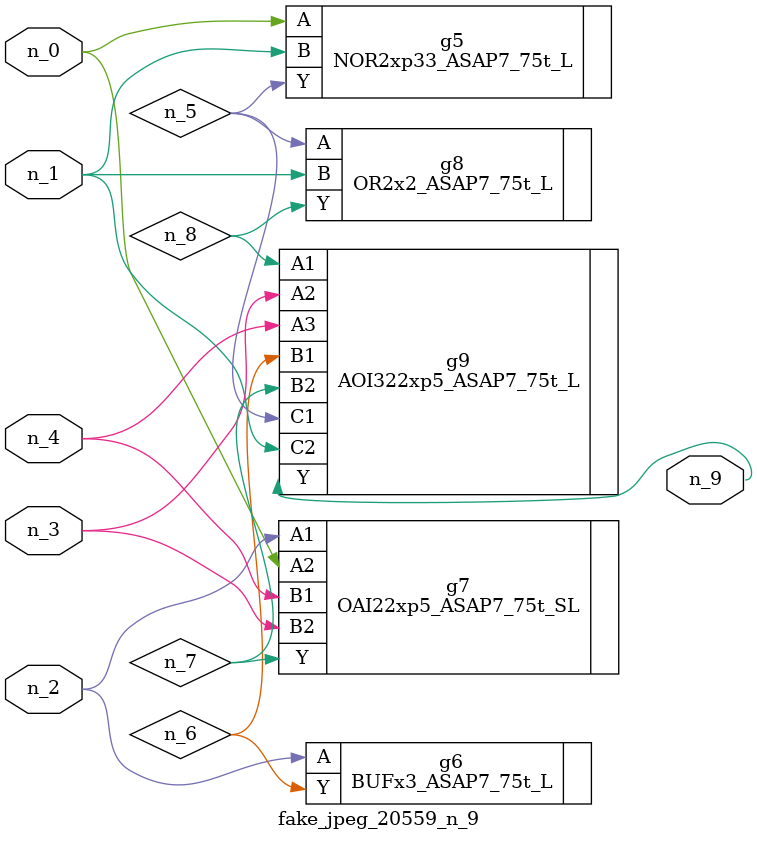
<source format=v>
module fake_jpeg_20559_n_9 (n_3, n_2, n_1, n_0, n_4, n_9);

input n_3;
input n_2;
input n_1;
input n_0;
input n_4;

output n_9;

wire n_8;
wire n_6;
wire n_5;
wire n_7;

NOR2xp33_ASAP7_75t_L g5 ( 
.A(n_0),
.B(n_1),
.Y(n_5)
);

BUFx3_ASAP7_75t_L g6 ( 
.A(n_2),
.Y(n_6)
);

OAI22xp5_ASAP7_75t_SL g7 ( 
.A1(n_2),
.A2(n_0),
.B1(n_4),
.B2(n_3),
.Y(n_7)
);

OR2x2_ASAP7_75t_L g8 ( 
.A(n_5),
.B(n_1),
.Y(n_8)
);

AOI322xp5_ASAP7_75t_L g9 ( 
.A1(n_8),
.A2(n_3),
.A3(n_4),
.B1(n_6),
.B2(n_7),
.C1(n_5),
.C2(n_1),
.Y(n_9)
);


endmodule
</source>
